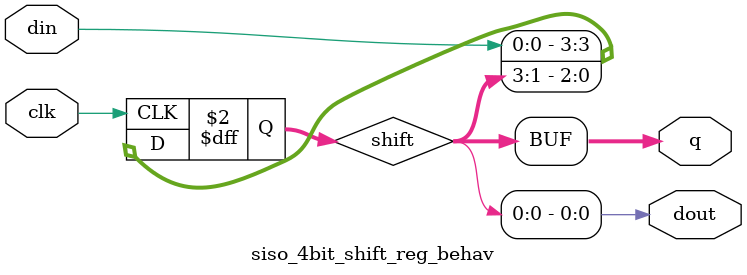
<source format=v>
module siso_4bit_shift_reg_behav(
  input din,
  input clk,
  output dout,
  output [3:0] q
);
  reg [3:0] shift;

  always @(negedge clk) begin
    shift <= {din, shift[3:1]};  // left shift
  end

  assign q = shift;
  assign dout = shift[0];
endmodule
</source>
